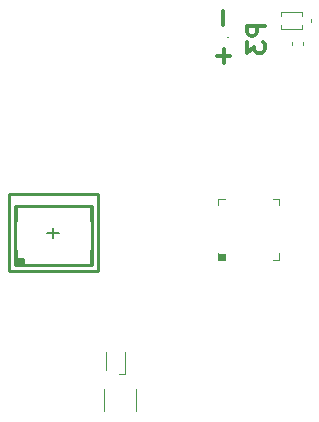
<source format=gbr>
G04 #@! TF.GenerationSoftware,KiCad,Pcbnew,(5.1.0)-1*
G04 #@! TF.CreationDate,2019-05-03T21:31:27-07:00*
G04 #@! TF.ProjectId,Miniscope-v4-PCB-fab-assembly_2,4d696e69-7363-46f7-9065-2d76342d5043,rev?*
G04 #@! TF.SameCoordinates,PX4b8e5e4PY51f011c*
G04 #@! TF.FileFunction,Legend,Bot*
G04 #@! TF.FilePolarity,Positive*
%FSLAX46Y46*%
G04 Gerber Fmt 4.6, Leading zero omitted, Abs format (unit mm)*
G04 Created by KiCad (PCBNEW (5.1.0)-1) date 2019-05-03 21:31:27*
%MOMM*%
%LPD*%
G04 APERTURE LIST*
%ADD10C,0.254000*%
%ADD11C,0.300000*%
%ADD12C,0.100000*%
%ADD13C,0.120000*%
%ADD14C,0.150000*%
G04 APERTURE END LIST*
D10*
X13006200Y-19838000D02*
X5506200Y-19838000D01*
X13006200Y-26338000D02*
X13006200Y-19838000D01*
X5506200Y-26338000D02*
X13006200Y-26338000D01*
X5506200Y-19838000D02*
X5506200Y-26338000D01*
X6006200Y-20838000D02*
X6006200Y-25838000D01*
X12506200Y-20838000D02*
X6006200Y-20838000D01*
X12506200Y-25838000D02*
X12506200Y-20838000D01*
X6006200Y-25838000D02*
X12506200Y-25838000D01*
D11*
X27175191Y-5570997D02*
X25675191Y-5570997D01*
X25675191Y-6142425D01*
X25746620Y-6285282D01*
X25818048Y-6356711D01*
X25960905Y-6428140D01*
X26175191Y-6428140D01*
X26318048Y-6356711D01*
X26389477Y-6285282D01*
X26460905Y-6142425D01*
X26460905Y-5570997D01*
X25675191Y-6928140D02*
X25675191Y-7856711D01*
X26246620Y-7356711D01*
X26246620Y-7570997D01*
X26318048Y-7713854D01*
X26389477Y-7785282D01*
X26532334Y-7856711D01*
X26889477Y-7856711D01*
X27032334Y-7785282D01*
X27103762Y-7713854D01*
X27175191Y-7570997D01*
X27175191Y-7142425D01*
X27103762Y-6999568D01*
X27032334Y-6928140D01*
X23581162Y-4354111D02*
X23581162Y-5496968D01*
X23657362Y-7579911D02*
X23657362Y-8722768D01*
X24228791Y-8151340D02*
X23085934Y-8151340D01*
D12*
G36*
X23792380Y-25385660D02*
G01*
X23284380Y-25385660D01*
X23284380Y-24877660D01*
X23792380Y-24877660D01*
X23792380Y-25385660D01*
G37*
X23792380Y-25385660D02*
X23284380Y-25385660D01*
X23284380Y-24877660D01*
X23792380Y-24877660D01*
X23792380Y-25385660D01*
D13*
X15283420Y-35020740D02*
X14800820Y-35020740D01*
X15281400Y-34753400D02*
X15283420Y-35020740D01*
X6180000Y-24573400D02*
X6180000Y-25808400D01*
X6180000Y-25808400D02*
X7415000Y-25808400D01*
X6180000Y-22103400D02*
X6180000Y-20868400D01*
X6180000Y-20868400D02*
X7415000Y-20868400D01*
X12320000Y-22103400D02*
X12320000Y-20868400D01*
X12320000Y-20868400D02*
X11085000Y-20868400D01*
X12320000Y-24573400D02*
X12320000Y-25808400D01*
X12320000Y-25808400D02*
X11085000Y-25808400D01*
D14*
X8750000Y-23163400D02*
X9750000Y-23163400D01*
X9250000Y-22738400D02*
X9250000Y-23538400D01*
G36*
X6200000Y-25788400D02*
G01*
X6750000Y-25788400D01*
X6750000Y-25338400D01*
X6200000Y-25338400D01*
X6200000Y-25788400D01*
G37*
X6200000Y-25788400D02*
X6750000Y-25788400D01*
X6750000Y-25338400D01*
X6200000Y-25338400D01*
X6200000Y-25788400D01*
D12*
X30380220Y-7234940D02*
X30380220Y-6984940D01*
X29420220Y-7234940D02*
X29420220Y-6984940D01*
X30292220Y-4708740D02*
X30292220Y-4448740D01*
X28492220Y-5548740D02*
X28492220Y-5808740D01*
X28492220Y-5808740D02*
X30292220Y-5808740D01*
X30292220Y-5808740D02*
X30292220Y-5548740D01*
X30292220Y-4448740D02*
X28492220Y-4448740D01*
X28492220Y-4448740D02*
X28492220Y-4708740D01*
X31102220Y-5288740D02*
X31102220Y-4968740D01*
D14*
X24056420Y-6565740D02*
G75*
G03X24056420Y-6565740I-20000J0D01*
G01*
D12*
X23230780Y-24837060D02*
X23230780Y-25387060D01*
X23230780Y-25387060D02*
X23780780Y-25387060D01*
X23230780Y-20777060D02*
X23230780Y-20227060D01*
X23230780Y-20227060D02*
X23780780Y-20227060D01*
X28390780Y-20777060D02*
X28390780Y-20227060D01*
X28390780Y-20227060D02*
X27840780Y-20227060D01*
X28390780Y-24837060D02*
X28390780Y-25387060D01*
X28390780Y-25387060D02*
X27840780Y-25387060D01*
X16227020Y-38222340D02*
X16227020Y-36342340D01*
X13527020Y-38222340D02*
X13527020Y-36342340D01*
X15281400Y-34753400D02*
X15281400Y-33193400D01*
X13711400Y-34753400D02*
X13711400Y-33193400D01*
M02*

</source>
